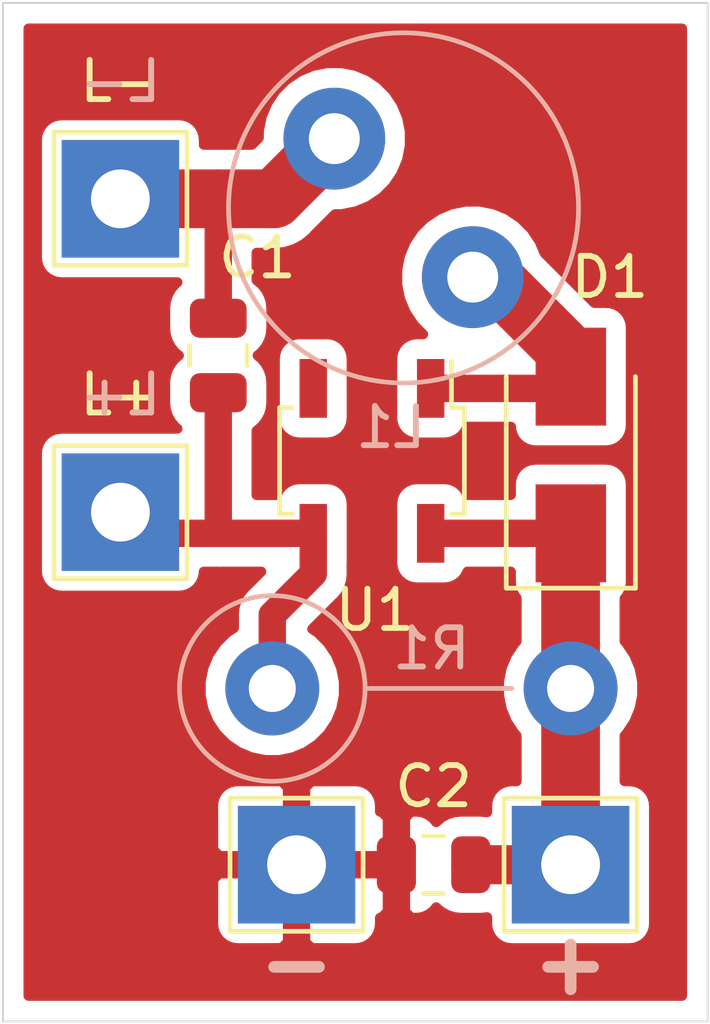
<source format=kicad_pcb>
(kicad_pcb (version 20171130) (host pcbnew "(5.1.10-1-10_14)")

  (general
    (thickness 1.6)
    (drawings 16)
    (tracks 22)
    (zones 0)
    (modules 10)
    (nets 7)
  )

  (page A4)
  (layers
    (0 F.Cu signal)
    (31 B.Cu signal)
    (32 B.Adhes user)
    (33 F.Adhes user)
    (34 B.Paste user)
    (35 F.Paste user)
    (36 B.SilkS user)
    (37 F.SilkS user)
    (38 B.Mask user)
    (39 F.Mask user)
    (40 Dwgs.User user)
    (41 Cmts.User user)
    (42 Eco1.User user)
    (43 Eco2.User user)
    (44 Edge.Cuts user)
    (45 Margin user)
    (46 B.CrtYd user hide)
    (47 F.CrtYd user hide)
    (48 B.Fab user hide)
    (49 F.Fab user hide)
  )

  (setup
    (last_trace_width 0.25)
    (user_trace_width 0.5)
    (user_trace_width 0.7)
    (user_trace_width 1)
    (user_trace_width 1.5)
    (trace_clearance 0.2)
    (zone_clearance 0.5)
    (zone_45_only no)
    (trace_min 0.2)
    (via_size 0.8)
    (via_drill 0.4)
    (via_min_size 0.4)
    (via_min_drill 0.3)
    (uvia_size 0.3)
    (uvia_drill 0.1)
    (uvias_allowed no)
    (uvia_min_size 0.2)
    (uvia_min_drill 0.1)
    (edge_width 0.05)
    (segment_width 0.2)
    (pcb_text_width 0.3)
    (pcb_text_size 1.5 1.5)
    (mod_edge_width 0.12)
    (mod_text_size 1 1)
    (mod_text_width 0.15)
    (pad_size 2 2)
    (pad_drill 0.8)
    (pad_to_mask_clearance 0)
    (aux_axis_origin 0 0)
    (visible_elements FFFFFF7F)
    (pcbplotparams
      (layerselection 0x00000_7fffffff)
      (usegerberextensions false)
      (usegerberattributes true)
      (usegerberadvancedattributes true)
      (creategerberjobfile true)
      (excludeedgelayer true)
      (linewidth 0.100000)
      (plotframeref false)
      (viasonmask false)
      (mode 1)
      (useauxorigin false)
      (hpglpennumber 1)
      (hpglpenspeed 20)
      (hpglpendiameter 15.000000)
      (psnegative false)
      (psa4output false)
      (plotreference true)
      (plotvalue true)
      (plotinvisibletext false)
      (padsonsilk false)
      (subtractmaskfromsilk false)
      (outputformat 5)
      (mirror true)
      (drillshape 0)
      (scaleselection 1)
      (outputdirectory ""))
  )

  (net 0 "")
  (net 1 GND)
  (net 2 "Net-(C1-Pad1)")
  (net 3 "Net-(C1-Pad2)")
  (net 4 "Net-(D1-Pad2)")
  (net 5 "Net-(U1-Pad3)")
  (net 6 "Net-(C2-Pad1)")

  (net_class Default "This is the default net class."
    (clearance 0.2)
    (trace_width 0.25)
    (via_dia 0.8)
    (via_drill 0.4)
    (uvia_dia 0.3)
    (uvia_drill 0.1)
    (add_net GND)
    (add_net "Net-(C1-Pad1)")
    (add_net "Net-(C1-Pad2)")
    (add_net "Net-(C2-Pad1)")
    (add_net "Net-(D1-Pad2)")
    (add_net "Net-(U1-Pad3)")
  )

  (module Capacitor_SMD:C_0805_2012Metric (layer F.Cu) (tedit 5F68FEEE) (tstamp 625C44EB)
    (at 99.5 67 90)
    (descr "Capacitor SMD 0805 (2012 Metric), square (rectangular) end terminal, IPC_7351 nominal, (Body size source: IPC-SM-782 page 76, https://www.pcb-3d.com/wordpress/wp-content/uploads/ipc-sm-782a_amendment_1_and_2.pdf, https://docs.google.com/spreadsheets/d/1BsfQQcO9C6DZCsRaXUlFlo91Tg2WpOkGARC1WS5S8t0/edit?usp=sharing), generated with kicad-footprint-generator")
    (tags capacitor)
    (path /6245B071)
    (attr smd)
    (fp_text reference C1 (at 2.5 1 180) (layer F.SilkS)
      (effects (font (size 1 1) (thickness 0.15)))
    )
    (fp_text value 1u (at 0 1.68 90) (layer F.Fab)
      (effects (font (size 1 1) (thickness 0.15)))
    )
    (fp_line (start -1 0.625) (end -1 -0.625) (layer F.Fab) (width 0.1))
    (fp_line (start -1 -0.625) (end 1 -0.625) (layer F.Fab) (width 0.1))
    (fp_line (start 1 -0.625) (end 1 0.625) (layer F.Fab) (width 0.1))
    (fp_line (start 1 0.625) (end -1 0.625) (layer F.Fab) (width 0.1))
    (fp_line (start -0.261252 -0.735) (end 0.261252 -0.735) (layer F.SilkS) (width 0.12))
    (fp_line (start -0.261252 0.735) (end 0.261252 0.735) (layer F.SilkS) (width 0.12))
    (fp_line (start -1.7 0.98) (end -1.7 -0.98) (layer F.CrtYd) (width 0.05))
    (fp_line (start -1.7 -0.98) (end 1.7 -0.98) (layer F.CrtYd) (width 0.05))
    (fp_line (start 1.7 -0.98) (end 1.7 0.98) (layer F.CrtYd) (width 0.05))
    (fp_line (start 1.7 0.98) (end -1.7 0.98) (layer F.CrtYd) (width 0.05))
    (fp_text user %R (at 0 0 90) (layer F.Fab)
      (effects (font (size 0.5 0.5) (thickness 0.08)))
    )
    (pad 1 smd roundrect (at -0.95 0 90) (size 1 1.45) (layers F.Cu F.Paste F.Mask) (roundrect_rratio 0.25)
      (net 2 "Net-(C1-Pad1)"))
    (pad 2 smd roundrect (at 0.95 0 90) (size 1 1.45) (layers F.Cu F.Paste F.Mask) (roundrect_rratio 0.25)
      (net 3 "Net-(C1-Pad2)"))
    (model ${KISYS3DMOD}/Capacitor_SMD.3dshapes/C_0805_2012Metric.wrl
      (at (xyz 0 0 0))
      (scale (xyz 1 1 1))
      (rotate (xyz 0 0 0))
    )
  )

  (module Diode_SMD:D_SMA (layer F.Cu) (tedit 586432E5) (tstamp 6244C8D8)
    (at 108.506 69.54 90)
    (descr "Diode SMA (DO-214AC)")
    (tags "Diode SMA (DO-214AC)")
    (path /624525BD)
    (attr smd)
    (fp_text reference D1 (at 4.54 0.994 180) (layer F.SilkS)
      (effects (font (size 1 1) (thickness 0.15)))
    )
    (fp_text value D_Schottky (at 0 2.6 90) (layer F.Fab)
      (effects (font (size 1 1) (thickness 0.15)))
    )
    (fp_line (start -3.4 -1.65) (end -3.4 1.65) (layer F.SilkS) (width 0.12))
    (fp_line (start 2.3 1.5) (end -2.3 1.5) (layer F.Fab) (width 0.1))
    (fp_line (start -2.3 1.5) (end -2.3 -1.5) (layer F.Fab) (width 0.1))
    (fp_line (start 2.3 -1.5) (end 2.3 1.5) (layer F.Fab) (width 0.1))
    (fp_line (start 2.3 -1.5) (end -2.3 -1.5) (layer F.Fab) (width 0.1))
    (fp_line (start -3.5 -1.75) (end 3.5 -1.75) (layer F.CrtYd) (width 0.05))
    (fp_line (start 3.5 -1.75) (end 3.5 1.75) (layer F.CrtYd) (width 0.05))
    (fp_line (start 3.5 1.75) (end -3.5 1.75) (layer F.CrtYd) (width 0.05))
    (fp_line (start -3.5 1.75) (end -3.5 -1.75) (layer F.CrtYd) (width 0.05))
    (fp_line (start -0.64944 0.00102) (end -1.55114 0.00102) (layer F.Fab) (width 0.1))
    (fp_line (start 0.50118 0.00102) (end 1.4994 0.00102) (layer F.Fab) (width 0.1))
    (fp_line (start -0.64944 -0.79908) (end -0.64944 0.80112) (layer F.Fab) (width 0.1))
    (fp_line (start 0.50118 0.75032) (end 0.50118 -0.79908) (layer F.Fab) (width 0.1))
    (fp_line (start -0.64944 0.00102) (end 0.50118 0.75032) (layer F.Fab) (width 0.1))
    (fp_line (start -0.64944 0.00102) (end 0.50118 -0.79908) (layer F.Fab) (width 0.1))
    (fp_line (start -3.4 1.65) (end 2 1.65) (layer F.SilkS) (width 0.12))
    (fp_line (start -3.4 -1.65) (end 2 -1.65) (layer F.SilkS) (width 0.12))
    (fp_text user %R (at 0 -2.5 90) (layer F.Fab)
      (effects (font (size 1 1) (thickness 0.15)))
    )
    (pad 1 smd rect (at -2 0 90) (size 2.5 1.8) (layers F.Cu F.Paste F.Mask)
      (net 6 "Net-(C2-Pad1)"))
    (pad 2 smd rect (at 2 0 90) (size 2.5 1.8) (layers F.Cu F.Paste F.Mask)
      (net 4 "Net-(D1-Pad2)"))
    (model ${KISYS3DMOD}/Diode_SMD.3dshapes/D_SMA.wrl
      (at (xyz 0 0 0))
      (scale (xyz 1 1 1))
      (rotate (xyz 0 0 0))
    )
  )

  (module Inductor_THT:L_Radial_D8.7mm_P5.00mm_Fastron_07HCP (layer B.Cu) (tedit 5AE59B06) (tstamp 6244C952)
    (at 102.464466 61.464466 315)
    (descr "Inductor, Radial series, Radial, pin pitch=5.00mm, , diameter=8.7mm, Fastron, 07HCP, http://cdn-reichelt.de/documents/datenblatt/B400/DS_07HCP.pdf")
    (tags "Inductor Radial series Radial pin pitch 5.00mm  diameter 8.7mm Fastron 07HCP")
    (path /62451474)
    (fp_text reference L1 (at 6.230366 4.191729 180) (layer B.SilkS)
      (effects (font (size 1 1) (thickness 0.15)) (justify mirror))
    )
    (fp_text value 68uH (at 2.5 -5.6 315) (layer B.Fab)
      (effects (font (size 1 1) (thickness 0.15)) (justify mirror))
    )
    (fp_circle (center 2.5 0) (end 6.85 0) (layer B.Fab) (width 0.1))
    (fp_circle (center 2.5 0) (end 6.97 0) (layer B.SilkS) (width 0.12))
    (fp_circle (center 2.5 0) (end 7.1 0) (layer B.CrtYd) (width 0.05))
    (fp_text user %R (at 2.5 0 315) (layer B.Fab)
      (effects (font (size 1 1) (thickness 0.15)) (justify mirror))
    )
    (pad 1 thru_hole circle (at 0 0 315) (size 2.6 2.6) (drill 1.3) (layers *.Cu *.Mask)
      (net 3 "Net-(C1-Pad2)"))
    (pad 2 thru_hole circle (at 5 0 315) (size 2.6 2.6) (drill 1.3) (layers *.Cu *.Mask)
      (net 4 "Net-(D1-Pad2)"))
    (model ${KISYS3DMOD}/Inductor_THT.3dshapes/L_Radial_D8.7mm_P5.00mm_Fastron_07HCP.wrl
      (at (xyz 0 0 0))
      (scale (xyz 1 1 1))
      (rotate (xyz 0 0 0))
    )
  )

  (module Package_TO_SOT_SMD:SOT-89-5 (layer F.Cu) (tedit 5C33D68A) (tstamp 6244C9C9)
    (at 103.426 69.69 270)
    (descr "SOT-89-5, http://www.e-devices.ricoh.co.jp/en/products/product_power/pkg/sot-89-5.pdf")
    (tags SOT-89-5)
    (path /6244EBD5)
    (attr smd)
    (fp_text reference U1 (at 3.81 -0.074 180) (layer F.SilkS)
      (effects (font (size 1 1) (thickness 0.15)))
    )
    (fp_text value PT4115 (at 0 3.5 90) (layer F.Fab)
      (effects (font (size 1 1) (thickness 0.15)))
    )
    (fp_line (start 1.36 2.03) (end 1.36 2.36) (layer F.SilkS) (width 0.12))
    (fp_line (start 1.36 2.36) (end -1.36 2.36) (layer F.SilkS) (width 0.12))
    (fp_line (start -2.54 -2.03) (end -1.36 -2.03) (layer F.SilkS) (width 0.12))
    (fp_line (start 1.36 -2.36) (end 1.36 -2.03) (layer F.SilkS) (width 0.12))
    (fp_line (start -1.36 -2.36) (end 1.36 -2.36) (layer F.SilkS) (width 0.12))
    (fp_line (start -1.36 -2.36) (end -1.36 -2.03) (layer F.SilkS) (width 0.12))
    (fp_line (start -1.36 2.36) (end -1.36 2.03) (layer F.SilkS) (width 0.12))
    (fp_line (start -1.25 -1.25) (end -0.25 -2.25) (layer F.Fab) (width 0.1))
    (fp_line (start 1.25 -2.25) (end 1.25 2.25) (layer F.Fab) (width 0.1))
    (fp_line (start 1.25 2.25) (end -1.25 2.25) (layer F.Fab) (width 0.1))
    (fp_line (start -1.25 2.25) (end -1.25 -1.25) (layer F.Fab) (width 0.1))
    (fp_line (start -0.25 -2.25) (end 1.25 -2.25) (layer F.Fab) (width 0.1))
    (fp_line (start 2.85 -2.5) (end 2.85 2.5) (layer F.CrtYd) (width 0.05))
    (fp_line (start 2.85 -2.5) (end -2.85 -2.5) (layer F.CrtYd) (width 0.05))
    (fp_line (start -2.85 2.5) (end 2.85 2.5) (layer F.CrtYd) (width 0.05))
    (fp_line (start -2.85 2.5) (end -2.85 -2.5) (layer F.CrtYd) (width 0.05))
    (fp_text user %R (at 0.5 0) (layer F.Fab)
      (effects (font (size 1 1) (thickness 0.15)))
    )
    (pad 5 smd rect (at 1.85 -1.5 270) (size 1.5 0.7) (layers F.Cu F.Paste F.Mask)
      (net 6 "Net-(C2-Pad1)"))
    (pad 4 smd rect (at 1.85 1.5 270) (size 1.5 0.7) (layers F.Cu F.Paste F.Mask)
      (net 2 "Net-(C1-Pad1)"))
    (pad 1 smd rect (at -1.85 -1.5 270) (size 1.5 0.7) (layers F.Cu F.Paste F.Mask)
      (net 4 "Net-(D1-Pad2)"))
    (pad 3 smd rect (at -1.85 1.5 270) (size 1.5 0.7) (layers F.Cu F.Paste F.Mask)
      (net 5 "Net-(U1-Pad3)"))
    (pad 2 smd custom (at 0 0 270) (size 0.8 2) (layers F.Cu F.Paste F.Mask)
      (net 1 GND) (zone_connect 2)
      (options (clearance outline) (anchor rect))
      (primitives
        (gr_poly (pts
           (xy -2.6 -0.5) (xy -0.9 -0.5) (xy -0.4 -1) (xy 0.4 -1) (xy 0.9 -0.5)
           (xy 2.6 -0.5) (xy 2.6 0.5) (xy 0.9 0.5) (xy 0.4 1) (xy -0.4 1)
           (xy -0.9 0.5) (xy -2.6 0.5)) (width 0))
      ))
    (model ${KISYS3DMOD}/Package_TO_SOT_SMD.3dshapes/SOT-23-6.step
      (at (xyz 0 0 0))
      (scale (xyz 1.6 1.6 1.3))
      (rotate (xyz 0 0 0))
    )
  )

  (module Resistor_THT:R_Axial_DIN0414_L11.9mm_D4.5mm_P7.62mm_Vertical (layer B.Cu) (tedit 5AE5139B) (tstamp 62461378)
    (at 100.88 75.5)
    (descr "Resistor, Axial_DIN0414 series, Axial, Vertical, pin pitch=7.62mm, 2W, length*diameter=11.9*4.5mm^2, http://www.vishay.com/docs/20128/wkxwrx.pdf")
    (tags "Resistor Axial_DIN0414 series Axial Vertical pin pitch 7.62mm 2W length 11.9mm diameter 4.5mm")
    (path /62455009)
    (fp_text reference R1 (at 4.064 -1.016) (layer B.SilkS)
      (effects (font (size 1 1) (thickness 0.15)) (justify mirror))
    )
    (fp_text value 0.2R* (at 3.81 -3.37) (layer B.Fab)
      (effects (font (size 1 1) (thickness 0.15)) (justify mirror))
    )
    (fp_circle (center 0 0) (end 2.25 0) (layer B.Fab) (width 0.1))
    (fp_circle (center 0 0) (end 2.37 0) (layer B.SilkS) (width 0.12))
    (fp_line (start 0 0) (end 7.62 0) (layer B.Fab) (width 0.1))
    (fp_line (start 2.37 0) (end 6.12 0) (layer B.SilkS) (width 0.12))
    (fp_line (start -2.5 2.5) (end -2.5 -2.5) (layer B.CrtYd) (width 0.05))
    (fp_line (start -2.5 -2.5) (end 9.07 -2.5) (layer B.CrtYd) (width 0.05))
    (fp_line (start 9.07 -2.5) (end 9.07 2.5) (layer B.CrtYd) (width 0.05))
    (fp_line (start 9.07 2.5) (end -2.5 2.5) (layer B.CrtYd) (width 0.05))
    (fp_text user %R (at 3.81 3.37) (layer B.Fab)
      (effects (font (size 1 1) (thickness 0.15)) (justify mirror))
    )
    (pad 1 thru_hole circle (at 0 0) (size 2.4 2.4) (drill 1.2) (layers *.Cu *.Mask)
      (net 2 "Net-(C1-Pad1)"))
    (pad 2 thru_hole oval (at 7.62 0) (size 2.4 2.4) (drill 1.2) (layers *.Cu *.Mask)
      (net 6 "Net-(C2-Pad1)"))
    (model ${KISYS3DMOD}/Resistor_THT.3dshapes/R_Axial_DIN0414_L11.9mm_D4.5mm_P7.62mm_Vertical.wrl
      (at (xyz 0 0 0))
      (scale (xyz 1 1 1))
      (rotate (xyz 0 0 0))
    )
  )

  (module TestPoint:TestPoint_THTPad_3.0x3.0mm_Drill1.5mm (layer F.Cu) (tedit 5A0F774F) (tstamp 6265B31A)
    (at 97 71)
    (descr "THT rectangular pad as test Point, square 3.0mm side length, hole diameter 1.5mm")
    (tags "test point THT pad rectangle square")
    (path /6245845D)
    (attr virtual)
    (fp_text reference J3 (at 0 -2.398) (layer F.SilkS) hide
      (effects (font (size 1 1) (thickness 0.15)))
    )
    (fp_text value L+ (at 0 2.55) (layer F.Fab)
      (effects (font (size 1 1) (thickness 0.15)))
    )
    (fp_line (start 2 2) (end -2 2) (layer F.CrtYd) (width 0.05))
    (fp_line (start 2 2) (end 2 -2) (layer F.CrtYd) (width 0.05))
    (fp_line (start -2 -2) (end -2 2) (layer F.CrtYd) (width 0.05))
    (fp_line (start -2 -2) (end 2 -2) (layer F.CrtYd) (width 0.05))
    (fp_line (start -1.7 1.7) (end -1.7 -1.7) (layer F.SilkS) (width 0.12))
    (fp_line (start 1.7 1.7) (end -1.7 1.7) (layer F.SilkS) (width 0.12))
    (fp_line (start 1.7 -1.7) (end 1.7 1.7) (layer F.SilkS) (width 0.12))
    (fp_line (start -1.7 -1.7) (end 1.7 -1.7) (layer F.SilkS) (width 0.12))
    (fp_text user %R (at 0 -2.4) (layer F.Fab)
      (effects (font (size 1 1) (thickness 0.15)))
    )
    (pad 1 thru_hole rect (at 0 0) (size 3 3) (drill 1.5) (layers *.Cu *.Mask)
      (net 2 "Net-(C1-Pad1)"))
  )

  (module TestPoint:TestPoint_THTPad_3.0x3.0mm_Drill1.5mm (layer F.Cu) (tedit 5A0F774F) (tstamp 62487DA2)
    (at 97 63)
    (descr "THT rectangular pad as test Point, square 3.0mm side length, hole diameter 1.5mm")
    (tags "test point THT pad rectangle square")
    (path /624576F7)
    (attr virtual)
    (fp_text reference J4 (at 0 -2.398) (layer F.SilkS) hide
      (effects (font (size 1 1) (thickness 0.15)))
    )
    (fp_text value L- (at 0 2.55) (layer F.Fab)
      (effects (font (size 1 1) (thickness 0.15)))
    )
    (fp_line (start -1.7 -1.7) (end 1.7 -1.7) (layer F.SilkS) (width 0.12))
    (fp_line (start 1.7 -1.7) (end 1.7 1.7) (layer F.SilkS) (width 0.12))
    (fp_line (start 1.7 1.7) (end -1.7 1.7) (layer F.SilkS) (width 0.12))
    (fp_line (start -1.7 1.7) (end -1.7 -1.7) (layer F.SilkS) (width 0.12))
    (fp_line (start -2 -2) (end 2 -2) (layer F.CrtYd) (width 0.05))
    (fp_line (start -2 -2) (end -2 2) (layer F.CrtYd) (width 0.05))
    (fp_line (start 2 2) (end 2 -2) (layer F.CrtYd) (width 0.05))
    (fp_line (start 2 2) (end -2 2) (layer F.CrtYd) (width 0.05))
    (fp_text user %R (at 0 -2.4) (layer F.Fab)
      (effects (font (size 1 1) (thickness 0.15)))
    )
    (pad 1 thru_hole rect (at 0 0) (size 3 3) (drill 1.5) (layers *.Cu *.Mask)
      (net 3 "Net-(C1-Pad2)"))
  )

  (module TestPoint:TestPoint_THTPad_3.0x3.0mm_Drill1.5mm (layer F.Cu) (tedit 5A0F774F) (tstamp 6265AEE5)
    (at 108.5 80 180)
    (descr "THT rectangular pad as test Point, square 3.0mm side length, hole diameter 1.5mm")
    (tags "test point THT pad rectangle square")
    (path /624A2FF0)
    (attr virtual)
    (fp_text reference J1 (at -2.5 0) (layer F.SilkS) hide
      (effects (font (size 1 1) (thickness 0.15)))
    )
    (fp_text value Bat+ (at 0 2.55) (layer F.Fab)
      (effects (font (size 1 1) (thickness 0.15)))
    )
    (fp_line (start -1.7 -1.7) (end 1.7 -1.7) (layer F.SilkS) (width 0.12))
    (fp_line (start 1.7 -1.7) (end 1.7 1.7) (layer F.SilkS) (width 0.12))
    (fp_line (start 1.7 1.7) (end -1.7 1.7) (layer F.SilkS) (width 0.12))
    (fp_line (start -1.7 1.7) (end -1.7 -1.7) (layer F.SilkS) (width 0.12))
    (fp_line (start -2 -2) (end 2 -2) (layer F.CrtYd) (width 0.05))
    (fp_line (start -2 -2) (end -2 2) (layer F.CrtYd) (width 0.05))
    (fp_line (start 2 2) (end 2 -2) (layer F.CrtYd) (width 0.05))
    (fp_line (start 2 2) (end -2 2) (layer F.CrtYd) (width 0.05))
    (fp_text user %R (at 0 -2.4) (layer F.Fab)
      (effects (font (size 1 1) (thickness 0.15)))
    )
    (pad 1 thru_hole rect (at 0 0 180) (size 3 3) (drill 1.5) (layers *.Cu *.Mask)
      (net 6 "Net-(C2-Pad1)"))
  )

  (module TestPoint:TestPoint_THTPad_3.0x3.0mm_Drill1.5mm (layer F.Cu) (tedit 5A0F774F) (tstamp 6265AEF3)
    (at 101.5 80 180)
    (descr "THT rectangular pad as test Point, square 3.0mm side length, hole diameter 1.5mm")
    (tags "test point THT pad rectangle square")
    (path /624A2FDA)
    (attr virtual)
    (fp_text reference J2 (at 3 0) (layer F.SilkS) hide
      (effects (font (size 1 1) (thickness 0.15)))
    )
    (fp_text value Bat- (at 0 2.55) (layer F.Fab)
      (effects (font (size 1 1) (thickness 0.15)))
    )
    (fp_line (start 2 2) (end -2 2) (layer F.CrtYd) (width 0.05))
    (fp_line (start 2 2) (end 2 -2) (layer F.CrtYd) (width 0.05))
    (fp_line (start -2 -2) (end -2 2) (layer F.CrtYd) (width 0.05))
    (fp_line (start -2 -2) (end 2 -2) (layer F.CrtYd) (width 0.05))
    (fp_line (start -1.7 1.7) (end -1.7 -1.7) (layer F.SilkS) (width 0.12))
    (fp_line (start 1.7 1.7) (end -1.7 1.7) (layer F.SilkS) (width 0.12))
    (fp_line (start 1.7 -1.7) (end 1.7 1.7) (layer F.SilkS) (width 0.12))
    (fp_line (start -1.7 -1.7) (end 1.7 -1.7) (layer F.SilkS) (width 0.12))
    (fp_text user %R (at 0 -2.4) (layer F.Fab)
      (effects (font (size 1 1) (thickness 0.15)))
    )
    (pad 1 thru_hole rect (at 0 0 180) (size 3 3) (drill 1.5) (layers *.Cu *.Mask)
      (net 1 GND))
  )

  (module Capacitor_SMD:C_0805_2012Metric (layer F.Cu) (tedit 5F68FEEE) (tstamp 6265B4CE)
    (at 105 80 180)
    (descr "Capacitor SMD 0805 (2012 Metric), square (rectangular) end terminal, IPC_7351 nominal, (Body size source: IPC-SM-782 page 76, https://www.pcb-3d.com/wordpress/wp-content/uploads/ipc-sm-782a_amendment_1_and_2.pdf, https://docs.google.com/spreadsheets/d/1BsfQQcO9C6DZCsRaXUlFlo91Tg2WpOkGARC1WS5S8t0/edit?usp=sharing), generated with kicad-footprint-generator")
    (tags capacitor)
    (path /6266F33A)
    (attr smd)
    (fp_text reference C2 (at 0 2) (layer F.SilkS)
      (effects (font (size 1 1) (thickness 0.15)))
    )
    (fp_text value 1u (at 0 1.68) (layer F.Fab)
      (effects (font (size 1 1) (thickness 0.15)))
    )
    (fp_line (start -1 0.625) (end -1 -0.625) (layer F.Fab) (width 0.1))
    (fp_line (start -1 -0.625) (end 1 -0.625) (layer F.Fab) (width 0.1))
    (fp_line (start 1 -0.625) (end 1 0.625) (layer F.Fab) (width 0.1))
    (fp_line (start 1 0.625) (end -1 0.625) (layer F.Fab) (width 0.1))
    (fp_line (start -0.261252 -0.735) (end 0.261252 -0.735) (layer F.SilkS) (width 0.12))
    (fp_line (start -0.261252 0.735) (end 0.261252 0.735) (layer F.SilkS) (width 0.12))
    (fp_line (start -1.7 0.98) (end -1.7 -0.98) (layer F.CrtYd) (width 0.05))
    (fp_line (start -1.7 -0.98) (end 1.7 -0.98) (layer F.CrtYd) (width 0.05))
    (fp_line (start 1.7 -0.98) (end 1.7 0.98) (layer F.CrtYd) (width 0.05))
    (fp_line (start 1.7 0.98) (end -1.7 0.98) (layer F.CrtYd) (width 0.05))
    (fp_text user %R (at 0 0) (layer F.Fab)
      (effects (font (size 0.5 0.5) (thickness 0.08)))
    )
    (pad 1 smd roundrect (at -0.95 0 180) (size 1 1.45) (layers F.Cu F.Paste F.Mask) (roundrect_rratio 0.25)
      (net 6 "Net-(C2-Pad1)"))
    (pad 2 smd roundrect (at 0.95 0 180) (size 1 1.45) (layers F.Cu F.Paste F.Mask) (roundrect_rratio 0.25)
      (net 1 GND))
    (model ${KISYS3DMOD}/Capacitor_SMD.3dshapes/C_0805_2012Metric.wrl
      (at (xyz 0 0 0))
      (scale (xyz 1 1 1))
      (rotate (xyz 0 0 0))
    )
  )

  (gr_text - (at 101.5 82.5) (layer F.SilkS)
    (effects (font (size 1 1) (thickness 0.15)))
  )
  (gr_text + (at 108.5 82.5) (layer F.SilkS)
    (effects (font (size 1 1) (thickness 0.15)))
  )
  (gr_text - (at 101.5 82.5) (layer B.SilkS)
    (effects (font (size 1.5 1.5) (thickness 0.3)))
  )
  (gr_text + (at 108.5 82.5) (layer B.SilkS)
    (effects (font (size 1.5 1.5) (thickness 0.3)))
  )
  (gr_line (start 94 84) (end 94 58) (layer Edge.Cuts) (width 0.05) (tstamp 6251D56B))
  (gr_line (start 112 84) (end 94 84) (layer Edge.Cuts) (width 0.05))
  (gr_line (start 112 58) (end 112 84) (layer Edge.Cuts) (width 0.05))
  (gr_line (start 94 58) (end 112 58) (layer Edge.Cuts) (width 0.05))
  (gr_line (start 112 84) (end 112 58) (layer Margin) (width 0.15) (tstamp 6251D4A7))
  (gr_line (start 94 84) (end 112 84) (layer Margin) (width 0.15))
  (gr_line (start 94 58) (end 94 84) (layer Margin) (width 0.15))
  (gr_line (start 112 58) (end 94 58) (layer Margin) (width 0.15))
  (gr_text L- (at 97 60) (layer B.SilkS)
    (effects (font (size 1 1) (thickness 0.15)) (justify mirror))
  )
  (gr_text L+ (at 97 68) (layer B.SilkS)
    (effects (font (size 1 1) (thickness 0.15)) (justify mirror))
  )
  (gr_text L- (at 97 60) (layer F.SilkS)
    (effects (font (size 1 1) (thickness 0.15)))
  )
  (gr_text L+ (at 97 68) (layer F.SilkS)
    (effects (font (size 1 1) (thickness 0.15)))
  )

  (segment (start 97.54 71.54) (end 97 71) (width 0.7) (layer F.Cu) (net 2))
  (segment (start 101.926 72.574) (end 101.926 71.54) (width 0.7) (layer F.Cu) (net 2))
  (segment (start 100.88 73.62) (end 101.926 72.574) (width 0.7) (layer F.Cu) (net 2))
  (segment (start 100.88 75.5) (end 100.88 73.62) (width 0.7) (layer F.Cu) (net 2))
  (segment (start 99.5 67.95) (end 99.5 71.5) (width 0.7) (layer F.Cu) (net 2))
  (segment (start 99.54 71.54) (end 97.54 71.54) (width 0.7) (layer F.Cu) (net 2))
  (segment (start 99.5 71.5) (end 99.54 71.54) (width 0.7) (layer F.Cu) (net 2))
  (segment (start 101.926 71.54) (end 99.54 71.54) (width 0.7) (layer F.Cu) (net 2))
  (segment (start 100.928932 63) (end 102.464466 61.464466) (width 1.5) (layer F.Cu) (net 3))
  (segment (start 99.5 66.05) (end 99.5 63) (width 0.7) (layer F.Cu) (net 3))
  (segment (start 99.5 63) (end 100.928932 63) (width 1.5) (layer F.Cu) (net 3))
  (segment (start 97 63) (end 99.5 63) (width 1.5) (layer F.Cu) (net 3))
  (segment (start 108.546 67.5) (end 108.506 67.54) (width 1.5) (layer F.Cu) (net 4))
  (segment (start 108.206 67.84) (end 108.506 67.54) (width 0.7) (layer F.Cu) (net 4))
  (segment (start 104.926 67.84) (end 108.206 67.84) (width 0.7) (layer F.Cu) (net 4))
  (segment (start 108.506 67.006) (end 108.506 67.54) (width 1.5) (layer F.Cu) (net 4))
  (segment (start 106.5 65) (end 108.506 67.006) (width 1.5) (layer F.Cu) (net 4))
  (segment (start 106 65) (end 106.5 65) (width 1.5) (layer F.Cu) (net 4))
  (segment (start 104.926 71.54) (end 108.506 71.54) (width 0.7) (layer F.Cu) (net 6))
  (segment (start 108.5 71.546) (end 108.506 71.54) (width 1.5) (layer F.Cu) (net 6))
  (segment (start 108.5 80) (end 108.5 71.546) (width 1.5) (layer F.Cu) (net 6))
  (segment (start 105.95 80) (end 108.5 80) (width 1) (layer F.Cu) (net 6))

  (zone (net 1) (net_name GND) (layer F.Cu) (tstamp 62702626) (hatch edge 0.508)
    (connect_pads (clearance 0.5))
    (min_thickness 0.254)
    (fill yes (arc_segments 32) (thermal_gap 0.5) (thermal_bridge_width 0.7))
    (polygon
      (pts
        (xy 111.5 83.5) (xy 94.5 83.5) (xy 94.5 58.5) (xy 111.5 58.5)
      )
    )
    (filled_polygon
      (pts
        (xy 111.348001 83.348) (xy 94.652 83.348) (xy 94.652 81.5) (xy 99.369966 81.5) (xy 99.382072 81.622914)
        (xy 99.417924 81.741104) (xy 99.476146 81.850028) (xy 99.554499 81.945501) (xy 99.649972 82.023854) (xy 99.758896 82.082076)
        (xy 99.877086 82.117928) (xy 100 82.130034) (xy 101.12025 82.127) (xy 101.277 81.97025) (xy 101.277 80.223)
        (xy 101.723 80.223) (xy 101.723 81.97025) (xy 101.87975 82.127) (xy 103 82.130034) (xy 103.122914 82.117928)
        (xy 103.241104 82.082076) (xy 103.350028 82.023854) (xy 103.445501 81.945501) (xy 103.523854 81.850028) (xy 103.582076 81.741104)
        (xy 103.617928 81.622914) (xy 103.630034 81.5) (xy 103.629636 81.353025) (xy 103.67025 81.352) (xy 103.827 81.19525)
        (xy 103.827 80.223) (xy 101.723 80.223) (xy 101.277 80.223) (xy 99.52975 80.223) (xy 99.373 80.37975)
        (xy 99.369966 81.5) (xy 94.652 81.5) (xy 94.652 78.5) (xy 99.369966 78.5) (xy 99.373 79.62025)
        (xy 99.52975 79.777) (xy 101.277 79.777) (xy 101.277 78.02975) (xy 101.723 78.02975) (xy 101.723 79.777)
        (xy 103.827 79.777) (xy 103.827 78.80475) (xy 103.67025 78.648) (xy 103.629636 78.646975) (xy 103.630034 78.5)
        (xy 103.617928 78.377086) (xy 103.582076 78.258896) (xy 103.523854 78.149972) (xy 103.445501 78.054499) (xy 103.350028 77.976146)
        (xy 103.241104 77.917924) (xy 103.122914 77.882072) (xy 103 77.869966) (xy 101.87975 77.873) (xy 101.723 78.02975)
        (xy 101.277 78.02975) (xy 101.12025 77.873) (xy 100 77.869966) (xy 99.877086 77.882072) (xy 99.758896 77.917924)
        (xy 99.649972 77.976146) (xy 99.554499 78.054499) (xy 99.476146 78.149972) (xy 99.417924 78.258896) (xy 99.382072 78.377086)
        (xy 99.369966 78.5) (xy 94.652 78.5) (xy 94.652 61.5) (xy 94.869967 61.5) (xy 94.869967 64.5)
        (xy 94.882073 64.622913) (xy 94.917925 64.741103) (xy 94.976147 64.850028) (xy 95.054499 64.945501) (xy 95.149972 65.023853)
        (xy 95.258897 65.082075) (xy 95.377087 65.117927) (xy 95.5 65.130033) (xy 98.460833 65.130033) (xy 98.402723 65.177723)
        (xy 98.293279 65.31108) (xy 98.211956 65.463226) (xy 98.161877 65.628314) (xy 98.144967 65.8) (xy 98.144967 66.3)
        (xy 98.161877 66.471686) (xy 98.211956 66.636774) (xy 98.293279 66.78892) (xy 98.402723 66.922277) (xy 98.497428 67)
        (xy 98.402723 67.077723) (xy 98.293279 67.21108) (xy 98.211956 67.363226) (xy 98.161877 67.528314) (xy 98.144967 67.7)
        (xy 98.144967 68.2) (xy 98.161877 68.371686) (xy 98.211956 68.536774) (xy 98.293279 68.68892) (xy 98.402723 68.822277)
        (xy 98.460833 68.869967) (xy 95.5 68.869967) (xy 95.377087 68.882073) (xy 95.258897 68.917925) (xy 95.149972 68.976147)
        (xy 95.054499 69.054499) (xy 94.976147 69.149972) (xy 94.917925 69.258897) (xy 94.882073 69.377087) (xy 94.869967 69.5)
        (xy 94.869967 72.5) (xy 94.882073 72.622913) (xy 94.917925 72.741103) (xy 94.976147 72.850028) (xy 95.054499 72.945501)
        (xy 95.149972 73.023853) (xy 95.258897 73.082075) (xy 95.377087 73.117927) (xy 95.5 73.130033) (xy 98.5 73.130033)
        (xy 98.622913 73.117927) (xy 98.741103 73.082075) (xy 98.850028 73.023853) (xy 98.945501 72.945501) (xy 99.023853 72.850028)
        (xy 99.082075 72.741103) (xy 99.117927 72.622913) (xy 99.128359 72.517) (xy 99.492007 72.517) (xy 99.54 72.521727)
        (xy 99.587993 72.517) (xy 100.601314 72.517) (xy 100.223093 72.895221) (xy 100.185815 72.925814) (xy 100.155222 72.963092)
        (xy 100.155221 72.963093) (xy 100.063725 73.074582) (xy 99.973003 73.24431) (xy 99.917137 73.428475) (xy 99.898273 73.62)
        (xy 99.903001 73.668003) (xy 99.903001 73.955496) (xy 99.715355 74.080876) (xy 99.460876 74.335355) (xy 99.260934 74.634591)
        (xy 99.123211 74.967084) (xy 99.053 75.320056) (xy 99.053 75.679944) (xy 99.123211 76.032916) (xy 99.260934 76.365409)
        (xy 99.460876 76.664645) (xy 99.715355 76.919124) (xy 100.014591 77.119066) (xy 100.347084 77.256789) (xy 100.700056 77.327)
        (xy 101.059944 77.327) (xy 101.412916 77.256789) (xy 101.745409 77.119066) (xy 102.044645 76.919124) (xy 102.299124 76.664645)
        (xy 102.499066 76.365409) (xy 102.636789 76.032916) (xy 102.707 75.679944) (xy 102.707 75.320056) (xy 102.636789 74.967084)
        (xy 102.499066 74.634591) (xy 102.299124 74.335355) (xy 102.044645 74.080876) (xy 101.898476 73.98321) (xy 102.582907 73.29878)
        (xy 102.620186 73.268186) (xy 102.742276 73.119418) (xy 102.832997 72.949691) (xy 102.888863 72.765525) (xy 102.903 72.621993)
        (xy 102.903 72.621984) (xy 102.907726 72.574001) (xy 102.903 72.526018) (xy 102.903 72.320794) (xy 102.906033 72.29)
        (xy 102.906033 71.557199) (xy 102.907727 71.54) (xy 103.944273 71.54) (xy 103.945967 71.557199) (xy 103.945967 72.29)
        (xy 103.958073 72.412913) (xy 103.993925 72.531103) (xy 104.052147 72.640028) (xy 104.130499 72.735501) (xy 104.225972 72.813853)
        (xy 104.334897 72.872075) (xy 104.453087 72.907927) (xy 104.576 72.920033) (xy 105.276 72.920033) (xy 105.398913 72.907927)
        (xy 105.517103 72.872075) (xy 105.626028 72.813853) (xy 105.721501 72.735501) (xy 105.799853 72.640028) (xy 105.858075 72.531103)
        (xy 105.862353 72.517) (xy 106.975967 72.517) (xy 106.975967 72.79) (xy 106.988073 72.912913) (xy 107.023925 73.031103)
        (xy 107.082147 73.140028) (xy 107.123001 73.189809) (xy 107.123001 74.29323) (xy 107.080876 74.335355) (xy 106.880934 74.634591)
        (xy 106.743211 74.967084) (xy 106.673 75.320056) (xy 106.673 75.679944) (xy 106.743211 76.032916) (xy 106.880934 76.365409)
        (xy 107.080876 76.664645) (xy 107.123 76.706769) (xy 107.123 77.869967) (xy 107 77.869967) (xy 106.877087 77.882073)
        (xy 106.758897 77.917925) (xy 106.649972 77.976147) (xy 106.554499 78.054499) (xy 106.476147 78.149972) (xy 106.417925 78.258897)
        (xy 106.382073 78.377087) (xy 106.369967 78.5) (xy 106.369967 78.661708) (xy 106.2 78.644967) (xy 105.7 78.644967)
        (xy 105.528314 78.661877) (xy 105.363226 78.711956) (xy 105.21108 78.793279) (xy 105.077723 78.902723) (xy 105.066659 78.916205)
        (xy 104.995501 78.829499) (xy 104.900028 78.751146) (xy 104.791104 78.692924) (xy 104.672914 78.657072) (xy 104.55 78.644966)
        (xy 104.42975 78.648) (xy 104.273 78.80475) (xy 104.273 79.777) (xy 104.293 79.777) (xy 104.293 80.223)
        (xy 104.273 80.223) (xy 104.273 81.19525) (xy 104.42975 81.352) (xy 104.55 81.355034) (xy 104.672914 81.342928)
        (xy 104.791104 81.307076) (xy 104.900028 81.248854) (xy 104.995501 81.170501) (xy 105.066659 81.083795) (xy 105.077723 81.097277)
        (xy 105.21108 81.206721) (xy 105.363226 81.288044) (xy 105.528314 81.338123) (xy 105.7 81.355033) (xy 106.2 81.355033)
        (xy 106.369967 81.338292) (xy 106.369967 81.5) (xy 106.382073 81.622913) (xy 106.417925 81.741103) (xy 106.476147 81.850028)
        (xy 106.554499 81.945501) (xy 106.649972 82.023853) (xy 106.758897 82.082075) (xy 106.877087 82.117927) (xy 107 82.130033)
        (xy 110 82.130033) (xy 110.122913 82.117927) (xy 110.241103 82.082075) (xy 110.350028 82.023853) (xy 110.445501 81.945501)
        (xy 110.523853 81.850028) (xy 110.582075 81.741103) (xy 110.617927 81.622913) (xy 110.630033 81.5) (xy 110.630033 78.5)
        (xy 110.617927 78.377087) (xy 110.582075 78.258897) (xy 110.523853 78.149972) (xy 110.445501 78.054499) (xy 110.350028 77.976147)
        (xy 110.241103 77.917925) (xy 110.122913 77.882073) (xy 110 77.869967) (xy 109.877 77.869967) (xy 109.877 76.706769)
        (xy 109.919124 76.664645) (xy 110.119066 76.365409) (xy 110.256789 76.032916) (xy 110.327 75.679944) (xy 110.327 75.320056)
        (xy 110.256789 74.967084) (xy 110.119066 74.634591) (xy 109.919124 74.335355) (xy 109.877 74.293231) (xy 109.877 73.20443)
        (xy 109.929853 73.140028) (xy 109.988075 73.031103) (xy 110.023927 72.912913) (xy 110.036033 72.79) (xy 110.036033 70.29)
        (xy 110.023927 70.167087) (xy 109.988075 70.048897) (xy 109.929853 69.939972) (xy 109.851501 69.844499) (xy 109.756028 69.766147)
        (xy 109.647103 69.707925) (xy 109.528913 69.672073) (xy 109.406 69.659967) (xy 107.606 69.659967) (xy 107.483087 69.672073)
        (xy 107.364897 69.707925) (xy 107.255972 69.766147) (xy 107.160499 69.844499) (xy 107.082147 69.939972) (xy 107.023925 70.048897)
        (xy 106.988073 70.167087) (xy 106.975967 70.29) (xy 106.975967 70.563) (xy 105.862353 70.563) (xy 105.858075 70.548897)
        (xy 105.799853 70.439972) (xy 105.721501 70.344499) (xy 105.626028 70.266147) (xy 105.517103 70.207925) (xy 105.398913 70.172073)
        (xy 105.276 70.159967) (xy 104.576 70.159967) (xy 104.453087 70.172073) (xy 104.334897 70.207925) (xy 104.225972 70.266147)
        (xy 104.130499 70.344499) (xy 104.052147 70.439972) (xy 103.993925 70.548897) (xy 103.958073 70.667087) (xy 103.945967 70.79)
        (xy 103.945967 71.522801) (xy 103.944273 71.54) (xy 102.907727 71.54) (xy 102.906033 71.522801) (xy 102.906033 70.79)
        (xy 102.893927 70.667087) (xy 102.858075 70.548897) (xy 102.799853 70.439972) (xy 102.721501 70.344499) (xy 102.626028 70.266147)
        (xy 102.517103 70.207925) (xy 102.398913 70.172073) (xy 102.276 70.159967) (xy 101.576 70.159967) (xy 101.453087 70.172073)
        (xy 101.334897 70.207925) (xy 101.225972 70.266147) (xy 101.130499 70.344499) (xy 101.052147 70.439972) (xy 100.993925 70.548897)
        (xy 100.989647 70.563) (xy 100.477 70.563) (xy 100.477 68.920986) (xy 100.597277 68.822277) (xy 100.706721 68.68892)
        (xy 100.788044 68.536774) (xy 100.838123 68.371686) (xy 100.855033 68.2) (xy 100.855033 67.7) (xy 100.838123 67.528314)
        (xy 100.788044 67.363226) (xy 100.706721 67.21108) (xy 100.607353 67.09) (xy 100.945967 67.09) (xy 100.945967 68.59)
        (xy 100.958073 68.712913) (xy 100.993925 68.831103) (xy 101.052147 68.940028) (xy 101.130499 69.035501) (xy 101.225972 69.113853)
        (xy 101.334897 69.172075) (xy 101.453087 69.207927) (xy 101.576 69.220033) (xy 102.276 69.220033) (xy 102.398913 69.207927)
        (xy 102.517103 69.172075) (xy 102.626028 69.113853) (xy 102.721501 69.035501) (xy 102.799853 68.940028) (xy 102.858075 68.831103)
        (xy 102.893927 68.712913) (xy 102.906033 68.59) (xy 102.906033 67.84) (xy 103.944273 67.84) (xy 103.945967 67.857199)
        (xy 103.945967 68.59) (xy 103.958073 68.712913) (xy 103.993925 68.831103) (xy 104.052147 68.940028) (xy 104.130499 69.035501)
        (xy 104.225972 69.113853) (xy 104.334897 69.172075) (xy 104.453087 69.207927) (xy 104.576 69.220033) (xy 105.276 69.220033)
        (xy 105.398913 69.207927) (xy 105.517103 69.172075) (xy 105.626028 69.113853) (xy 105.721501 69.035501) (xy 105.799853 68.940028)
        (xy 105.858075 68.831103) (xy 105.862353 68.817) (xy 106.978626 68.817) (xy 106.988073 68.912913) (xy 107.023925 69.031103)
        (xy 107.082147 69.140028) (xy 107.160499 69.235501) (xy 107.255972 69.313853) (xy 107.364897 69.372075) (xy 107.483087 69.407927)
        (xy 107.606 69.420033) (xy 109.406 69.420033) (xy 109.528913 69.407927) (xy 109.647103 69.372075) (xy 109.756028 69.313853)
        (xy 109.851501 69.235501) (xy 109.929853 69.140028) (xy 109.988075 69.031103) (xy 110.023927 68.912913) (xy 110.036033 68.79)
        (xy 110.036033 66.29) (xy 110.023927 66.167087) (xy 109.988075 66.048897) (xy 109.929853 65.939972) (xy 109.851501 65.844499)
        (xy 109.756028 65.766147) (xy 109.647103 65.707925) (xy 109.528913 65.672073) (xy 109.406 65.659967) (xy 109.107339 65.659967)
        (xy 107.83008 64.382708) (xy 107.707685 64.087223) (xy 107.496799 63.771609) (xy 107.228391 63.503201) (xy 106.912777 63.292315)
        (xy 106.562085 63.147053) (xy 106.189793 63.073) (xy 105.810207 63.073) (xy 105.437915 63.147053) (xy 105.087223 63.292315)
        (xy 104.771609 63.503201) (xy 104.503201 63.771609) (xy 104.292315 64.087223) (xy 104.147053 64.437915) (xy 104.073 64.810207)
        (xy 104.073 65.189793) (xy 104.147053 65.562085) (xy 104.292315 65.912777) (xy 104.503201 66.228391) (xy 104.734777 66.459967)
        (xy 104.576 66.459967) (xy 104.453087 66.472073) (xy 104.334897 66.507925) (xy 104.225972 66.566147) (xy 104.130499 66.644499)
        (xy 104.052147 66.739972) (xy 103.993925 66.848897) (xy 103.958073 66.967087) (xy 103.945967 67.09) (xy 103.945967 67.822801)
        (xy 103.944273 67.84) (xy 102.906033 67.84) (xy 102.906033 67.09) (xy 102.893927 66.967087) (xy 102.858075 66.848897)
        (xy 102.799853 66.739972) (xy 102.721501 66.644499) (xy 102.626028 66.566147) (xy 102.517103 66.507925) (xy 102.398913 66.472073)
        (xy 102.276 66.459967) (xy 101.576 66.459967) (xy 101.453087 66.472073) (xy 101.334897 66.507925) (xy 101.225972 66.566147)
        (xy 101.130499 66.644499) (xy 101.052147 66.739972) (xy 100.993925 66.848897) (xy 100.958073 66.967087) (xy 100.945967 67.09)
        (xy 100.607353 67.09) (xy 100.597277 67.077723) (xy 100.502572 67) (xy 100.597277 66.922277) (xy 100.706721 66.78892)
        (xy 100.788044 66.636774) (xy 100.838123 66.471686) (xy 100.855033 66.3) (xy 100.855033 65.8) (xy 100.838123 65.628314)
        (xy 100.788044 65.463226) (xy 100.706721 65.31108) (xy 100.597277 65.177723) (xy 100.477 65.079014) (xy 100.477 64.377)
        (xy 100.861292 64.377) (xy 100.928932 64.383662) (xy 101.198871 64.357075) (xy 101.458437 64.278337) (xy 101.697653 64.150473)
        (xy 101.907329 63.978397) (xy 101.950453 63.92585) (xy 102.484837 63.391466) (xy 102.654259 63.391466) (xy 103.026551 63.317413)
        (xy 103.377243 63.172151) (xy 103.692857 62.961265) (xy 103.961265 62.692857) (xy 104.172151 62.377243) (xy 104.317413 62.026551)
        (xy 104.391466 61.654259) (xy 104.391466 61.274673) (xy 104.317413 60.902381) (xy 104.172151 60.551689) (xy 103.961265 60.236075)
        (xy 103.692857 59.967667) (xy 103.377243 59.756781) (xy 103.026551 59.611519) (xy 102.654259 59.537466) (xy 102.274673 59.537466)
        (xy 101.902381 59.611519) (xy 101.551689 59.756781) (xy 101.236075 59.967667) (xy 100.967667 60.236075) (xy 100.756781 60.551689)
        (xy 100.611519 60.902381) (xy 100.537466 61.274673) (xy 100.537466 61.444095) (xy 100.358561 61.623) (xy 99.130033 61.623)
        (xy 99.130033 61.5) (xy 99.117927 61.377087) (xy 99.082075 61.258897) (xy 99.023853 61.149972) (xy 98.945501 61.054499)
        (xy 98.850028 60.976147) (xy 98.741103 60.917925) (xy 98.622913 60.882073) (xy 98.5 60.869967) (xy 95.5 60.869967)
        (xy 95.377087 60.882073) (xy 95.258897 60.917925) (xy 95.149972 60.976147) (xy 95.054499 61.054499) (xy 94.976147 61.149972)
        (xy 94.917925 61.258897) (xy 94.882073 61.377087) (xy 94.869967 61.5) (xy 94.652 61.5) (xy 94.652 58.652)
        (xy 111.348 58.652)
      )
    )
  )
)

</source>
